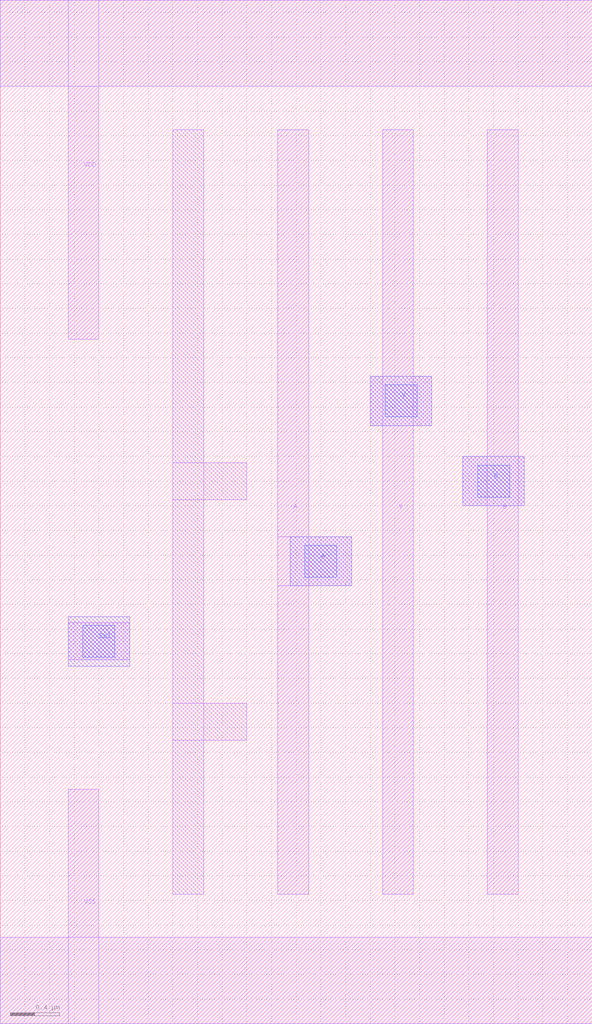
<source format=lef>
# Copyright 2022 Google LLC
# Licensed under the Apache License, Version 2.0 (the "License");
# you may not use this file except in compliance with the License.
# You may obtain a copy of the License at
#
#      http://www.apache.org/licenses/LICENSE-2.0
#
# Unless required by applicable law or agreed to in writing, software
# distributed under the License is distributed on an "AS IS" BASIS,
# WITHOUT WARRANTIES OR CONDITIONS OF ANY KIND, either express or implied.
# See the License for the specific language governing permissions and
# limitations under the License.
VERSION 5.7 ;
BUSBITCHARS "[]" ;
DIVIDERCHAR "/" ;

MACRO gf180mcu_osu_sc_gp12t3v3__mux2_1
  CLASS CORE ;
  ORIGIN 0 0 ;
  FOREIGN gf180mcu_osu_sc_gp12t3v3__mux2_1 0 0 ;
  SIZE 4.8 BY 8.3 ;
  SYMMETRY X Y ;
  SITE gf180mcu_osu_sc_gp12t3v3 ;
  PIN VDD
    DIRECTION INOUT ;
    USE POWER ;
    SHAPE ABUTMENT ;
    PORT
      LAYER Metal1 ;
        RECT 0 7.6 4.8 8.3 ;
        RECT 0.55 5.55 0.8 8.3 ;
    END
  END VDD
  PIN VSS
    DIRECTION INOUT ;
    USE GROUND ;
    SHAPE ABUTMENT ;
    PORT
      LAYER Metal1 ;
        RECT 0 0 4.8 0.7 ;
        RECT 0.55 0 0.8 1.9 ;
    END
  END VSS
  PIN A
    DIRECTION INPUT ;
    USE SIGNAL ;
    PORT
      LAYER Metal1 ;
        RECT 2.25 3.55 2.85 3.95 ;
        RECT 2.25 1.05 2.5 7.25 ;
      LAYER Metal2 ;
        RECT 2.35 3.55 2.85 3.95 ;
      LAYER Via1 ;
        RECT 2.47 3.62 2.73 3.88 ;
    END
  END A
  PIN B
    DIRECTION INPUT ;
    USE SIGNAL ;
    PORT
      LAYER Metal1 ;
        RECT 3.75 4.2 4.25 4.6 ;
        RECT 3.95 1.05 4.2 7.25 ;
      LAYER Metal2 ;
        RECT 3.75 4.2 4.25 4.6 ;
      LAYER Via1 ;
        RECT 3.87 4.27 4.13 4.53 ;
    END
  END B
  PIN Sel
    DIRECTION OUTPUT ;
    USE SIGNAL ;
    PORT
      LAYER Metal1 ;
        RECT 0.55 2.95 1.05 3.25 ;
      LAYER Metal2 ;
        RECT 0.55 2.9 1.05 3.3 ;
      LAYER Via1 ;
        RECT 0.67 2.97 0.93 3.23 ;
    END
  END Sel
  PIN Y
    DIRECTION OUTPUT ;
    USE SIGNAL ;
    PORT
      LAYER Metal1 ;
        RECT 3 4.85 3.5 5.25 ;
        RECT 3.1 1.05 3.35 7.25 ;
      LAYER Metal2 ;
        RECT 3 4.85 3.5 5.25 ;
      LAYER Via1 ;
        RECT 3.12 4.92 3.38 5.18 ;
    END
  END Y
  OBS
    LAYER Metal1 ;
      RECT 1.4 1.05 1.65 7.25 ;
      RECT 1.4 4.25 2 4.55 ;
      RECT 1.4 2.3 2 2.6 ;
  END
END gf180mcu_osu_sc_gp12t3v3__mux2_1

</source>
